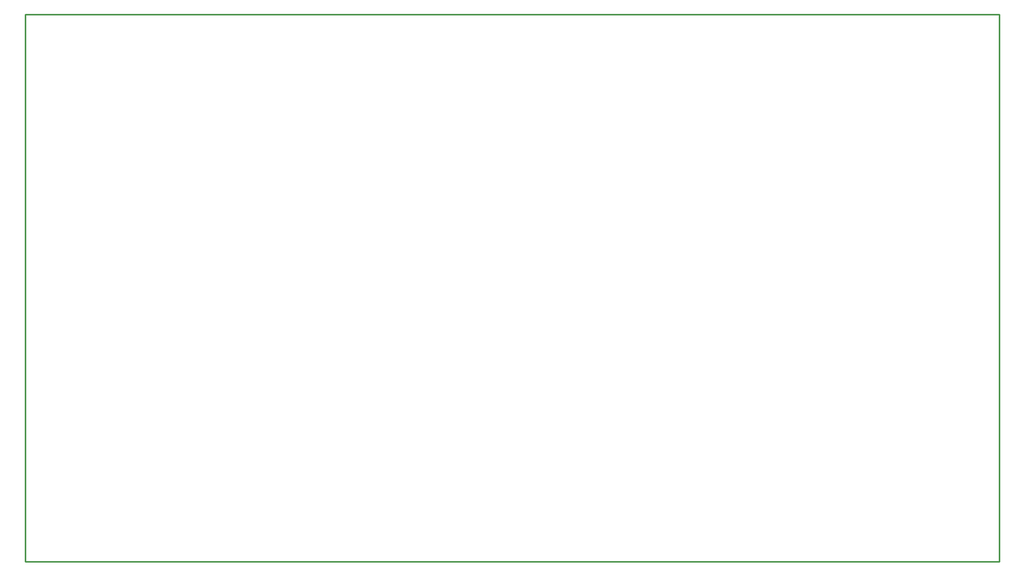
<source format=gko>
G04 start of page 4 for group 2 idx 2 *
G04 Title: 31.004.00.01.01.pcb, outline *
G04 Creator: pcb 4.2.2 *
G04 CreationDate: Sun Jan  3 11:16:11 2021 UTC *
G04 For: bert *
G04 Format: Gerber/RS-274X *
G04 PCB-Dimensions (mil): 6692.91 3937.01 *
G04 PCB-Coordinate-Origin: lower left *
%MOIN*%
%FSLAX25Y25*%
%LNGKO*%
%ADD16C,0.0100*%
G54D16*X19685Y19685D02*Y374016D01*
X649606Y19685D02*X19685D01*
X649606D02*Y374016D01*
X19685D01*
M02*

</source>
